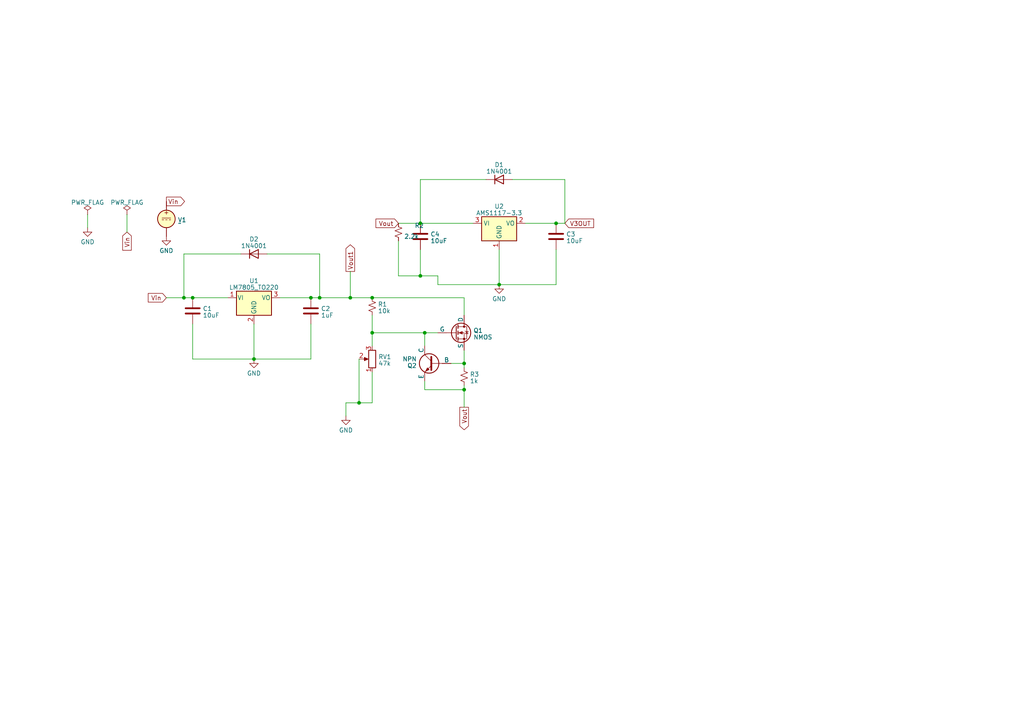
<source format=kicad_sch>
(kicad_sch (version 20230121) (generator eeschema)
  (paper "A4")
  (lib_symbols
    (symbol "Device:C" (pin_numbers hide) (pin_names (offset 0.254))
      (property "Reference" "C" (at 0.635 2.54 0))
      (property "Value" "C" (at 0.635 -2.54 0))
      (symbol "C_0_1"
        (polyline (pts (xy -2.032 -0.762) (xy 2.032 -0.762)) (stroke (width 0.508)))
        (polyline (pts (xy -2.032 0.762) (xy 2.032 0.762)) (stroke (width 0.508)))
      )
      (symbol "C_1_1"
        (pin passive line (at 0 3.81 270) (length 2.794) (name "~") (number "1"))
        (pin passive line (at 0 -3.81 90) (length 2.794) (name "~") (number "2"))
      )
    )
    (symbol "Device:R_Potentiometer" (pin_names (offset 1.016) hide)
      (property "Reference" "RV" (at -4.445 0 90))
      (property "Value" "R_Potentiometer" (at -2.54 0 90))
      (symbol "R_Potentiometer_0_1"
        (polyline (pts (xy 2.54 0) (xy 1.524 0)))
        (polyline (pts (xy 1.143 0) (xy 2.286 0.508) (xy 2.286 -0.508) (xy 1.143 0)) (fill (type outline)))
        (rectangle (start 1.016 2.54) (end -1.016 -2.54) (stroke (width 0.254)))
      )
      (symbol "R_Potentiometer_1_1"
        (pin passive line (at 0 3.81 270) (length 1.27) (name "1") (number "1"))
        (pin passive line (at 3.81 0 180) (length 1.27) (name "2") (number "2"))
        (pin passive line (at 0 -3.81 90) (length 1.27) (name "3") (number "3"))
      )
    )
    (symbol "Device:R_Small_US" (pin_numbers hide) (pin_names (offset 0.254) hide)
      (property "Reference" "R" (at 0.762 0.508 0))
      (property "Value" "R_Small_US" (at 0.762 -1.016 0))
      (symbol "R_Small_US_1_1"
        (polyline (pts (xy 0 0) (xy 1.016 -0.381) (xy 0 -0.762) (xy -1.016 -1.143) (xy 0 -1.524)))
        (polyline (pts (xy 0 1.524) (xy 1.016 1.143) (xy 0 0.762) (xy -1.016 0.381) (xy 0 0)))
        (pin passive line (at 0 2.54 270) (length 1.016) (name "~") (number "1"))
        (pin passive line (at 0 -2.54 90) (length 1.016) (name "~") (number "2"))
      )
    )
    (symbol "Diode:1N4001" (pin_numbers hide) (pin_names hide)
      (property "Reference" "D" (at 0 2.54 0))
      (property "Value" "1N4001" (at 0 -2.54 0))
      (symbol "1N4001_0_1"
        (polyline (pts (xy -1.27 1.27) (xy -1.27 -1.27)) (stroke (width 0.254)))
        (polyline (pts (xy 1.27 0) (xy -1.27 0)))
        (polyline (pts (xy 1.27 1.27) (xy 1.27 -1.27) (xy -1.27 0) (xy 1.27 1.27)) (stroke (width 0.254)))
      )
      (symbol "1N4001_1_1"
        (pin passive line (at -3.81 0 0) (length 2.54) (name "K") (number "1"))
        (pin passive line (at 3.81 0 180) (length 2.54) (name "A") (number "2"))
      )
    )
    (symbol "Regulator_Linear:AMS1117-3.3"
      (property "Reference" "U" (at -3.81 3.175 0))
      (property "Value" "AMS1117-3.3" (at 0 3.175 0))
      (symbol "AMS1117-3.3_0_1"
        (rectangle (start -5.08 -5.08) (end 5.08 1.905) (stroke (width 0.254)) (fill (type background)))
      )
      (symbol "AMS1117-3.3_1_1"
        (pin power_in line (at 0 -7.62 90) (length 2.54) (name "GND") (number "1"))
        (pin power_out line (at 7.62 0 180) (length 2.54) (name "VO") (number "2"))
        (pin power_in line (at -7.62 0 0) (length 2.54) (name "VI") (number "3"))
      )
    )
    (symbol "Regulator_Linear:LM7805_TO220" (pin_names (offset 0.254))
      (property "Reference" "U" (at -3.81 3.175 0))
      (property "Value" "LM7805_TO220" (at 0 3.175 0))
      (symbol "LM7805_TO220_0_1"
        (rectangle (start -5.08 1.905) (end 5.08 -5.08) (stroke (width 0.254)) (fill (type background)))
      )
      (symbol "LM7805_TO220_1_1"
        (pin power_in line (at -7.62 0 0) (length 2.54) (name "VI") (number "1"))
        (pin power_in line (at 0 -7.62 90) (length 2.54) (name "GND") (number "2"))
        (pin power_out line (at 7.62 0 180) (length 2.54) (name "VO") (number "3"))
      )
    )
    (symbol "Simulation_SPICE:NMOS" (pin_numbers hide) (pin_names (offset 0))
      (property "Reference" "Q" (at 5.08 1.27 0))
      (property "Value" "NMOS" (at 5.08 -1.27 0))
      (symbol "NMOS_0_1"
        (polyline (pts (xy 0.254 0) (xy -2.54 0)))
        (polyline (pts (xy 0.254 1.905) (xy 0.254 -1.905)) (stroke (width 0.254)))
        (polyline (pts (xy 0.762 -1.27) (xy 0.762 -2.286)) (stroke (width 0.254)))
        (polyline (pts (xy 0.762 0.508) (xy 0.762 -0.508)) (stroke (width 0.254)))
        (polyline (pts (xy 0.762 2.286) (xy 0.762 1.27)) (stroke (width 0.254)))
        (polyline (pts (xy 2.54 2.54) (xy 2.54 1.778)))
        (polyline (pts (xy 2.54 -2.54) (xy 2.54 0) (xy 0.762 0)))
        (polyline (pts (xy 0.762 -1.778) (xy 3.302 -1.778) (xy 3.302 1.778) (xy 0.762 1.778)))
        (polyline (pts (xy 1.016 0) (xy 2.032 0.381) (xy 2.032 -0.381) (xy 1.016 0)) (fill (type outline)))
        (polyline (pts (xy 2.794 0.508) (xy 2.921 0.381) (xy 3.683 0.381) (xy 3.81 0.254)))
        (polyline (pts (xy 3.302 0.381) (xy 2.921 -0.254) (xy 3.683 -0.254) (xy 3.302 0.381)))
        (circle (center 1.651 0) (radius 2.794) (stroke (width 0.254)))
        (circle (center 2.54 -1.778) (radius 0.254) (fill (type outline)))
        (circle (center 2.54 1.778) (radius 0.254) (fill (type outline)))
      )
      (symbol "NMOS_1_1"
        (pin passive line (at 2.54 5.08 270) (length 2.54) (name "D") (number "1"))
        (pin input line (at -5.08 0 0) (length 2.54) (name "G") (number "2"))
        (pin passive line (at 2.54 -5.08 90) (length 2.54) (name "S") (number "3"))
      )
    )
    (symbol "Simulation_SPICE:NPN" (pin_numbers hide) (pin_names (offset 0))
      (property "Reference" "Q" (at -2.54 7.62 0))
      (property "Value" "NPN" (at -2.54 5.08 0))
      (symbol "NPN_0_1"
        (polyline (pts (xy -2.54 0) (xy 0.635 0)) (stroke (width 0.1524)))
        (polyline (pts (xy 0.635 0.635) (xy 2.54 2.54)))
        (polyline (pts (xy 2.794 -1.27) (xy 2.794 -1.27)) (stroke (width 0.1524)))
        (polyline (pts (xy 2.794 -1.27) (xy 2.794 -1.27)) (stroke (width 0.1524)))
        (polyline (pts (xy 0.635 -0.635) (xy 2.54 -2.54) (xy 2.54 -2.54)))
        (polyline (pts (xy 0.635 1.905) (xy 0.635 -1.905) (xy 0.635 -1.905)) (stroke (width 0.508)))
        (polyline (pts (xy 1.27 -1.778) (xy 1.778 -1.27) (xy 2.286 -2.286) (xy 1.27 -1.778) (xy 1.27 -1.778)) (fill (type outline)))
        (circle (center 1.27 0) (radius 2.8194) (stroke (width 0.254)))
      )
      (symbol "NPN_1_1"
        (pin open_collector line (at 2.54 5.08 270) (length 2.54) (name "C") (number "1"))
        (pin input line (at -5.08 0 0) (length 2.54) (name "B") (number "2"))
        (pin open_emitter line (at 2.54 -5.08 90) (length 2.54) (name "E") (number "3"))
      )
    )
    (symbol "Simulation_SPICE:VDC" (pin_numbers hide) (pin_names (offset 0.0254))
      (property "Reference" "V" (at 2.54 2.54 0))
      (property "Value" "1" (at 2.54 0 0))
      (symbol "VDC_0_0"
        (polyline (pts (xy -1.27 0.254) (xy 1.27 0.254)))
        (polyline (pts (xy -0.762 -0.254) (xy -1.27 -0.254)))
        (polyline (pts (xy 0.254 -0.254) (xy -0.254 -0.254)))
        (polyline (pts (xy 1.27 -0.254) (xy 0.762 -0.254)))
        (text "+" (at 0 1.905 0) (effects (font (size 1.27 1.27))))
      )
      (symbol "VDC_0_1"
        (circle (center 0 0) (radius 2.54) (stroke (width 0.254)) (fill (type background)))
      )
      (symbol "VDC_1_1"
        (pin passive line (at 0 5.08 270) (length 2.54) (name "~") (number "1"))
        (pin passive line (at 0 -5.08 90) (length 2.54) (name "~") (number "2"))
      )
    )
    (symbol "power:GND" (power) (pin_names (offset 0))
      (property "Value" "GND" (at 0 -3.81 0))
      (symbol "GND_0_1"
        (polyline (pts (xy 0 0) (xy 0 -1.27) (xy 1.27 -1.27) (xy 0 -2.54) (xy -1.27 -1.27) (xy 0 -1.27)))
      )
      (symbol "GND_1_1"
        (pin power_in line (at 0 0 270) (length 0) hide (name "GND") (number "1"))
      )
    )
    (symbol "power:PWR_FLAG" (power) (pin_numbers hide) (pin_names (offset 0) hide)
      (property "Value" "PWR_FLAG" (at 0 3.81 0))
      (symbol "PWR_FLAG_0_0"
        (pin power_out line (at 0 0 90) (length 0) (name "pwr") (number "1"))
      )
      (symbol "PWR_FLAG_0_1"
        (polyline (pts (xy 0 0) (xy 0 1.27) (xy -1.016 1.905) (xy 0 2.54) (xy 1.016 1.905) (xy 0 1.27)))
      )
    )
  )
  (junction (at 101.6 86.36))
  (junction (at 134.62 105.41))
  (junction (at 104.14 116.84))
  (junction (at 92.71 86.36))
  (junction (at 161.29 64.77))
  (junction (at 121.92 64.77))
  (junction (at 144.78 82.55))
  (junction (at 107.95 96.52))
  (junction (at 55.88 86.36))
  (junction (at 90.17 86.36))
  (junction (at 53.34 86.36))
  (junction (at 123.19 96.52))
  (junction (at 121.92 80.01))
  (junction (at 107.95 86.36))
  (junction (at 134.62 113.03))
  (junction (at 73.66 104.14))
  (wire (pts (xy 73.66 93.98) (xy 73.66 104.14)))
  (wire (pts (xy 107.95 91.44) (xy 107.95 96.52)))
  (wire (pts (xy 90.17 86.36) (xy 92.71 86.36)))
  (wire (pts (xy 92.71 86.36) (xy 101.6 86.36)))
  (wire (pts (xy 100.33 116.84) (xy 100.33 120.65)))
  (wire (pts (xy 55.88 93.98) (xy 55.88 104.14)))
  (wire (pts (xy 101.6 86.36) (xy 107.95 86.36)))
  (wire (pts (xy 140.97 52.07) (xy 121.92 52.07)))
  (wire (pts (xy 121.92 64.77) (xy 137.16 64.77)))
  (wire (pts (xy 104.14 104.14) (xy 104.14 116.84)))
  (wire (pts (xy 134.62 113.03) (xy 134.62 118.11)))
  (wire (pts (xy 163.83 64.77) (xy 163.83 52.07)))
  (wire (pts (xy 104.14 116.84) (xy 107.95 116.84)))
  (wire (pts (xy 144.78 72.39) (xy 144.78 82.55)))
  (wire (pts (xy 152.4 64.77) (xy 161.29 64.77)))
  (wire (pts (xy 53.34 86.36) (xy 48.26 86.36)))
  (wire (pts (xy 134.62 86.36) (xy 107.95 86.36)))
  (wire (pts (xy 55.88 86.36) (xy 53.34 86.36)))
  (wire (pts (xy 134.62 105.41) (xy 134.62 106.68)))
  (wire (pts (xy 25.4 62.23) (xy 25.4 66.04)))
  (wire (pts (xy 121.92 80.01) (xy 121.92 72.39)))
  (wire (pts (xy 107.95 107.95) (xy 107.95 116.84)))
  (wire (pts (xy 123.19 110.49) (xy 123.19 113.03)))
  (wire (pts (xy 123.19 113.03) (xy 134.62 113.03)))
  (wire (pts (xy 115.57 64.77) (xy 121.92 64.77)))
  (wire (pts (xy 115.57 80.01) (xy 121.92 80.01)))
  (wire (pts (xy 92.71 73.66) (xy 77.47 73.66)))
  (wire (pts (xy 123.19 96.52) (xy 127 96.52)))
  (wire (pts (xy 90.17 104.14) (xy 73.66 104.14)))
  (wire (pts (xy 69.85 73.66) (xy 53.34 73.66)))
  (wire (pts (xy 121.92 80.01) (xy 127 80.01)))
  (wire (pts (xy 81.28 86.36) (xy 90.17 86.36)))
  (wire (pts (xy 90.17 93.98) (xy 90.17 104.14)))
  (wire (pts (xy 53.34 73.66) (xy 53.34 86.36)))
  (wire (pts (xy 100.33 116.84) (xy 104.14 116.84)))
  (wire (pts (xy 127 80.01) (xy 127 82.55)))
  (wire (pts (xy 161.29 82.55) (xy 144.78 82.55)))
  (wire (pts (xy 115.57 69.85) (xy 115.57 80.01)))
  (wire (pts (xy 73.66 104.14) (xy 55.88 104.14)))
  (wire (pts (xy 92.71 86.36) (xy 92.71 73.66)))
  (wire (pts (xy 144.78 82.55) (xy 127 82.55)))
  (wire (pts (xy 134.62 101.6) (xy 134.62 105.41)))
  (wire (pts (xy 134.62 111.76) (xy 134.62 113.03)))
  (wire (pts (xy 130.81 105.41) (xy 134.62 105.41)))
  (wire (pts (xy 107.95 96.52) (xy 123.19 96.52)))
  (wire (pts (xy 121.92 52.07) (xy 121.92 64.77)))
  (wire (pts (xy 163.83 52.07) (xy 148.59 52.07)))
  (wire (pts (xy 55.88 86.36) (xy 66.04 86.36)))
  (wire (pts (xy 36.83 62.23) (xy 36.83 67.31)))
  (wire (pts (xy 134.62 91.44) (xy 134.62 86.36)))
  (wire (pts (xy 107.95 96.52) (xy 107.95 100.33)))
  (wire (pts (xy 161.29 72.39) (xy 161.29 82.55)))
  (wire (pts (xy 123.19 96.52) (xy 123.19 100.33)))
  (wire (pts (xy 161.29 64.77) (xy 163.83 64.77)))
  (wire (pts (xy 101.6 78.74) (xy 101.6 86.36)))
  (global_label "V3OUT" (shape input) (at 163.83 64.77 0) (property "Intersheetrefs" "${INTERSHEET_REFS}" (effects hide)))
  (global_label "Vout" (shape output) (at 134.62 118.11 270) (property "Intersheetrefs" "${INTERSHEET_REFS}" (effects hide)))
  (global_label "Vin" (shape input) (at 48.26 86.36 180) (property "Intersheetrefs" "${INTERSHEET_REFS}" (effects hide)))
  (global_label "Vin" (shape input) (at 36.83 67.31 270) (property "Intersheetrefs" "${INTERSHEET_REFS}" (effects hide)))
  (global_label "Vin" (shape output) (at 48.26 58.42 0) (property "Intersheetrefs" "${INTERSHEET_REFS}" (effects hide)))
  (global_label "Vout" (shape input) (at 115.57 64.77 180) (property "Intersheetrefs" "${INTERSHEET_REFS}" (effects hide)))
  (global_label "Vout1" (shape output) (at 101.6 78.74 90) (property "Intersheetrefs" "${INTERSHEET_REFS}" (effects hide)))
  (symbol (lib_id "power:PWR_FLAG") (at 25.4 62.23 0) (unit 1)
    (property "Reference" "#FLG01" (effects hide))
    (property "Value" "PWR_FLAG" (at 25.4 58.7281 0))
  )
  (symbol (lib_id "Simulation_SPICE:NMOS") (at 132.08 96.52 0) (unit 1)
    (property "Reference" "Q1" (at 137.287 95.8763 0) (effects (justify left)))
    (property "Value" "NMOS" (at 137.287 97.7973 0) (effects (justify left)))
    (property "Datasheet" "https://ngspice.sourceforge.io/docs/ngspice-manual.pdf" (effects hide))
    (property "Sim.Device" "NMOS" (effects hide))
    (property "Sim.Type" "VDMOS" (effects hide))
    (property "Sim.Pins" "1=D 2=G 3=S" (effects hide))
  )
  (symbol (lib_id "Diode:1N4001") (at 73.66 73.66 0) (unit 1)
    (property "Reference" "D2" (at 73.66 69.3801 0))
    (property "Value" "1N4001" (at 73.66 71.3011 0))
    (property "Footprint" "Diode_THT:D_DO-41_SOD81_P10.16mm_Horizontal" (effects hide))
    (property "Datasheet" "http://www.vishay.com/docs/88503/1n4001.pdf" (effects hide))
    (property "Sim.Device" "D" (effects hide))
    (property "Sim.Pins" "1=K 2=A" (effects hide))
  )
  (symbol (lib_id "power:GND") (at 25.4 66.04 0) (unit 1)
    (property "Reference" "#PWR04" (effects hide))
    (property "Value" "GND" (at 25.4 70.1755 0))
  )
  (symbol (lib_id "Device:R_Small_US") (at 107.95 88.9 0) (unit 1)
    (property "Reference" "R1" (at 109.601 88.2563 0) (effects (justify left)))
    (property "Value" "10k" (at 109.601 90.1773 0) (effects (justify left)))
  )
  (symbol (lib_id "Device:C") (at 90.17 90.17 0) (unit 1)
    (property "Reference" "C2" (at 93.091 89.5263 0) (effects (justify left)))
    (property "Value" "1uF" (at 93.091 91.4473 0) (effects (justify left)))
  )
  (symbol (lib_id "power:GND") (at 73.66 104.14 0) (unit 1)
    (property "Reference" "#PWR02" (effects hide))
    (property "Value" "GND" (at 73.66 108.2755 0))
  )
  (symbol (lib_id "Simulation_SPICE:NPN") (at 125.73 105.41 0) (mirror y) (unit 1)
    (property "Reference" "Q2" (at 120.8786 106.0537 0) (effects (justify left)))
    (property "Value" "NPN" (at 120.8786 104.1327 0) (effects (justify left)))
    (property "Sim.Device" "NPN" (effects hide))
    (property "Sim.Type" "GUMMELPOON" (effects hide))
    (property "Sim.Pins" "1=C 2=B 3=E" (effects hide))
  )
  (symbol (lib_id "Device:C") (at 55.88 90.17 0) (unit 1)
    (property "Reference" "C1" (at 58.801 89.5263 0) (effects (justify left)))
    (property "Value" "10uF" (at 58.801 91.4473 0) (effects (justify left)))
  )
  (symbol (lib_id "Device:C") (at 161.29 68.58 0) (unit 1)
    (property "Reference" "C3" (at 164.211 67.9363 0) (effects (justify left)))
    (property "Value" "10uF" (at 164.211 69.8573 0) (effects (justify left)))
  )
  (symbol (lib_id "Device:R_Small_US") (at 134.62 109.22 0) (unit 1)
    (property "Reference" "R3" (at 136.271 108.5763 0) (effects (justify left)))
    (property "Value" "1k" (at 136.271 110.4973 0) (effects (justify left)))
  )
  (symbol (lib_id "Regulator_Linear:AMS1117-3.3") (at 144.78 64.77 0) (unit 1)
    (property "Reference" "U2" (at 144.78 59.8551 0))
    (property "Value" "AMS1117-3.3" (at 144.78 61.7761 0))
    (property "Footprint" "Package_TO_SOT_SMD:SOT-223-3_TabPin2" (effects hide))
    (property "Datasheet" "http://www.advanced-monolithic.com/pdf/ds1117.pdf" (effects hide))
  )
  (symbol (lib_id "power:GND") (at 48.26 68.58 0) (unit 1)
    (property "Reference" "#PWR03" (effects hide))
    (property "Value" "GND" (at 48.26 72.7155 0))
  )
  (symbol (lib_id "power:GND") (at 144.78 82.55 0) (unit 1)
    (property "Reference" "#PWR05" (effects hide))
    (property "Value" "GND" (at 144.78 86.6855 0))
  )
  (symbol (lib_id "Simulation_SPICE:VDC") (at 48.26 63.5 0) (unit 1)
    (property "Reference" "V1" (at 51.562 63.781 0) (effects (justify left)))
    (property "Value" "~" (at 51.562 64.7415 0) (effects (justify left)))
    (property "Sim.Pins" "1=+ 2=-" (effects hide))
    (property "Sim.Type" "DC" (effects hide))
    (property "Sim.Device" "V" (effects hide))
  )
  (symbol (lib_id "Diode:1N4001") (at 144.78 52.07 0) (unit 1)
    (property "Reference" "D1" (at 144.78 47.7901 0))
    (property "Value" "1N4001" (at 144.78 49.7111 0))
    (property "Footprint" "Diode_THT:D_DO-41_SOD81_P10.16mm_Horizontal" (effects hide))
    (property "Datasheet" "http://www.vishay.com/docs/88503/1n4001.pdf" (effects hide))
    (property "Sim.Device" "D" (effects hide))
    (property "Sim.Pins" "1=K 2=A" (effects hide))
  )
  (symbol (lib_id "Device:C") (at 121.92 68.58 0) (unit 1)
    (property "Reference" "C4" (at 124.841 67.9363 0) (effects (justify left)))
    (property "Value" "10uF" (at 124.841 69.8573 0) (effects (justify left)))
  )
  (symbol (lib_id "Device:R_Small_US") (at 115.57 67.31 0) (unit 1)
    (property "Reference" "R2" (at 120.269 65.4137 0) (effects (justify left)))
    (property "Value" "2.2k" (at 117.221 68.5873 0) (effects (justify left)))
  )
  (symbol (lib_id "Regulator_Linear:LM7805_TO220") (at 73.66 86.36 0) (unit 1)
    (property "Reference" "U1" (at 73.66 81.4451 0))
    (property "Value" "LM7805_TO220" (at 73.66 83.3661 0))
    (property "Footprint" "Package_TO_SOT_THT:TO-220-3_Vertical" (effects hide))
    (property "Datasheet" "https://www.onsemi.cn/PowerSolutions/document/MC7800-D.PDF" (effects hide))
  )
  (symbol (lib_id "power:GND") (at 100.33 120.65 0) (unit 1)
    (property "Reference" "#PWR01" (effects hide))
    (property "Value" "GND" (at 100.33 124.7855 0))
  )
  (symbol (lib_id "Device:R_Potentiometer") (at 107.95 104.14 180) (unit 1)
    (property "Reference" "RV1" (at 109.728 103.4963 0) (effects (justify right)))
    (property "Value" "47k" (at 109.728 105.4173 0) (effects (justify right)))
  )
  (symbol (lib_id "power:PWR_FLAG") (at 36.83 62.23 0) (unit 1)
    (property "Reference" "#FLG02" (effects hide))
    (property "Value" "PWR_FLAG" (at 36.83 58.7281 0))
  )
)
</source>
